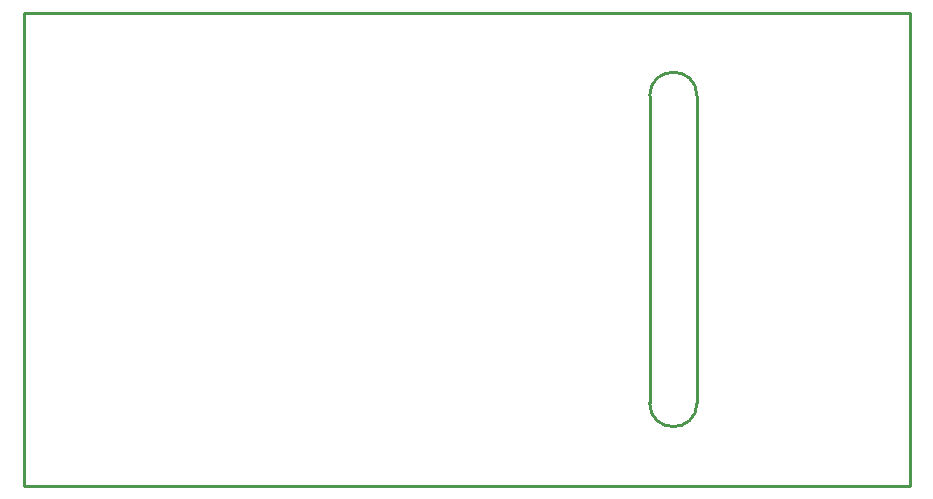
<source format=gm1>
G04 Layer_Color=16711935*
%FSLAX25Y25*%
%MOIN*%
G70*
G01*
G75*
%ADD32C,0.00984*%
D32*
X224410Y51181D02*
G03*
X208661Y51181I-7874J0D01*
G01*
X208661Y-51181D02*
G03*
X224409Y-51181I7874J0D01*
G01*
X224410D02*
Y0D01*
Y51181D01*
X208661Y0D02*
Y51181D01*
Y-51181D02*
Y0D01*
X0Y-78740D02*
X295276D01*
Y78740D01*
X0D02*
X295276D01*
X0Y-78740D02*
Y78740D01*
M02*

</source>
